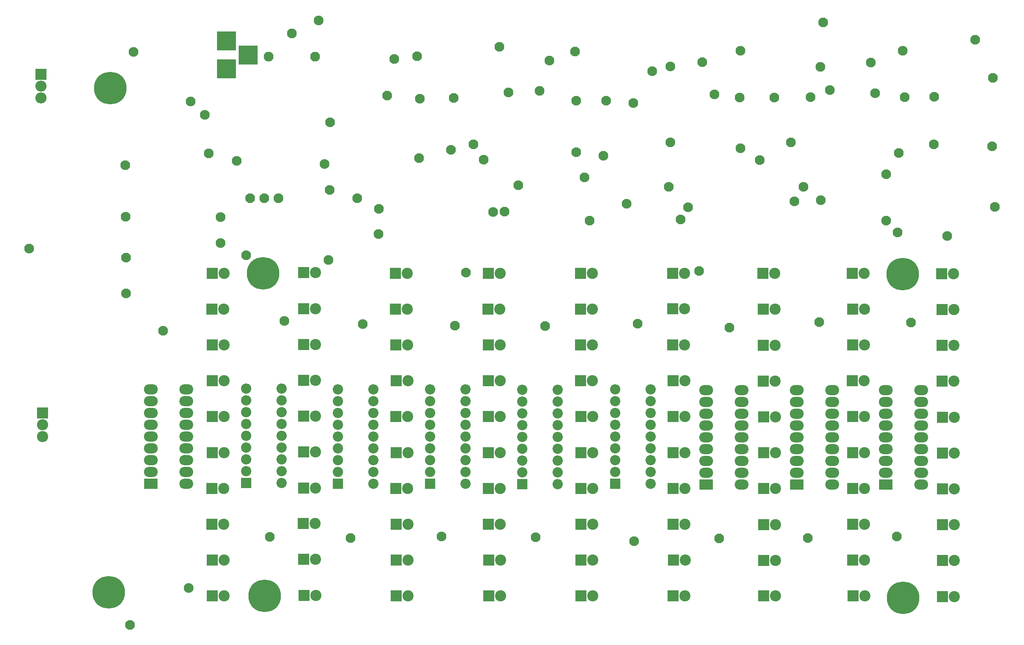
<source format=gbr>
G04 #@! TF.FileFunction,Soldermask,Top*
%FSLAX46Y46*%
G04 Gerber Fmt 4.6, Leading zero omitted, Abs format (unit mm)*
G04 Created by KiCad (PCBNEW 4.0.7) date 06/18/18 00:59:20*
%MOMM*%
%LPD*%
G01*
G04 APERTURE LIST*
%ADD10C,0.100000*%
%ADD11R,3.000000X2.200000*%
%ADD12O,3.000000X2.200000*%
%ADD13R,2.400000X2.400000*%
%ADD14C,2.400000*%
%ADD15C,7.000000*%
%ADD16O,2.400000X2.400000*%
%ADD17R,2.200000X2.200000*%
%ADD18O,2.200000X2.200000*%
%ADD19C,2.124000*%
%ADD20R,4.100000X4.100000*%
%ADD21C,2.100000*%
G04 APERTURE END LIST*
D10*
D11*
X267634600Y-165978400D03*
D12*
X275254600Y-145658400D03*
X267634600Y-163438400D03*
X275254600Y-148198400D03*
X267634600Y-160898400D03*
X275254600Y-150738400D03*
X267634600Y-158358400D03*
X275254600Y-153278400D03*
X267634600Y-155818400D03*
X275254600Y-155818400D03*
X267634600Y-153278400D03*
X275254600Y-158358400D03*
X267634600Y-150738400D03*
X275254600Y-160898400D03*
X267634600Y-148198400D03*
X275254600Y-163438400D03*
X267634600Y-145658400D03*
X275254600Y-165978400D03*
D13*
X298978200Y-174665200D03*
D14*
X301518200Y-174665200D03*
D11*
X286837000Y-166029200D03*
D12*
X294457000Y-145709200D03*
X286837000Y-163489200D03*
X294457000Y-148249200D03*
X286837000Y-160949200D03*
X294457000Y-150789200D03*
X286837000Y-158409200D03*
X294457000Y-153329200D03*
X286837000Y-155869200D03*
X294457000Y-155869200D03*
X286837000Y-153329200D03*
X294457000Y-158409200D03*
X286837000Y-150789200D03*
X294457000Y-160949200D03*
X286837000Y-148249200D03*
X294457000Y-163489200D03*
X286837000Y-145709200D03*
X294457000Y-166029200D03*
D15*
X290550000Y-190400000D03*
D11*
X248229000Y-165978400D03*
D12*
X255849000Y-145658400D03*
X248229000Y-163438400D03*
X255849000Y-148198400D03*
X248229000Y-160898400D03*
X255849000Y-150738400D03*
X248229000Y-158358400D03*
X255849000Y-153278400D03*
X248229000Y-155818400D03*
X255849000Y-155818400D03*
X248229000Y-153278400D03*
X255849000Y-158358400D03*
X248229000Y-150738400D03*
X255849000Y-160898400D03*
X248229000Y-148198400D03*
X255849000Y-163438400D03*
X248229000Y-145658400D03*
X255849000Y-165978400D03*
D13*
X105550000Y-150620000D03*
D16*
X105550000Y-153160000D03*
X105550000Y-155700000D03*
D17*
X228671000Y-165876800D03*
D18*
X236291000Y-145556800D03*
X228671000Y-163336800D03*
X236291000Y-148096800D03*
X228671000Y-160796800D03*
X236291000Y-150636800D03*
X228671000Y-158256800D03*
X236291000Y-153176800D03*
X228671000Y-155716800D03*
X236291000Y-155716800D03*
X228671000Y-153176800D03*
X236291000Y-158256800D03*
X228671000Y-150636800D03*
X236291000Y-160796800D03*
X228671000Y-148096800D03*
X236291000Y-163336800D03*
X228671000Y-145556800D03*
X236291000Y-165876800D03*
D17*
X169031800Y-165876800D03*
D18*
X176651800Y-145556800D03*
X169031800Y-163336800D03*
X176651800Y-148096800D03*
X169031800Y-160796800D03*
X176651800Y-150636800D03*
X169031800Y-158256800D03*
X176651800Y-153176800D03*
X169031800Y-155716800D03*
X176651800Y-155716800D03*
X169031800Y-153176800D03*
X176651800Y-158256800D03*
X169031800Y-150636800D03*
X176651800Y-160796800D03*
X169031800Y-148096800D03*
X176651800Y-163336800D03*
X169031800Y-145556800D03*
X176651800Y-165876800D03*
D17*
X208655800Y-165927600D03*
D18*
X216275800Y-145607600D03*
X208655800Y-163387600D03*
X216275800Y-148147600D03*
X208655800Y-160847600D03*
X216275800Y-150687600D03*
X208655800Y-158307600D03*
X216275800Y-153227600D03*
X208655800Y-155767600D03*
X216275800Y-155767600D03*
X208655800Y-153227600D03*
X216275800Y-158307600D03*
X208655800Y-150687600D03*
X216275800Y-160847600D03*
X208655800Y-148147600D03*
X216275800Y-163387600D03*
X208655800Y-145607600D03*
X216275800Y-165927600D03*
D17*
X149321400Y-165673600D03*
D18*
X156941400Y-145353600D03*
X149321400Y-163133600D03*
X156941400Y-147893600D03*
X149321400Y-160593600D03*
X156941400Y-150433600D03*
X149321400Y-158053600D03*
X156941400Y-152973600D03*
X149321400Y-155513600D03*
X156941400Y-155513600D03*
X149321400Y-152973600D03*
X156941400Y-158053600D03*
X149321400Y-150433600D03*
X156941400Y-160593600D03*
X149321400Y-147893600D03*
X156941400Y-163133600D03*
X149321400Y-145353600D03*
X156941400Y-165673600D03*
D17*
X188843800Y-165876800D03*
D18*
X196463800Y-145556800D03*
X188843800Y-163336800D03*
X196463800Y-148096800D03*
X188843800Y-160796800D03*
X196463800Y-150636800D03*
X188843800Y-158256800D03*
X196463800Y-153176800D03*
X188843800Y-155716800D03*
X196463800Y-155716800D03*
X188843800Y-153176800D03*
X196463800Y-158256800D03*
X188843800Y-150636800D03*
X196463800Y-160796800D03*
X188843800Y-148096800D03*
X196463800Y-163336800D03*
X188843800Y-145556800D03*
X196463800Y-165876800D03*
D11*
X128849000Y-165826000D03*
D12*
X136469000Y-145506000D03*
X128849000Y-163286000D03*
X136469000Y-148046000D03*
X128849000Y-160746000D03*
X136469000Y-150586000D03*
X128849000Y-158206000D03*
X136469000Y-153126000D03*
X128849000Y-155666000D03*
X136469000Y-155666000D03*
X128849000Y-153126000D03*
X136469000Y-158206000D03*
X128849000Y-150586000D03*
X136469000Y-160746000D03*
X128849000Y-148046000D03*
X136469000Y-163286000D03*
X128849000Y-145506000D03*
X136469000Y-165826000D03*
D13*
X105190000Y-77700000D03*
D16*
X105190000Y-80240000D03*
X105190000Y-82780000D03*
D19*
X159160000Y-68900000D03*
X154160000Y-73900000D03*
X164160000Y-73900000D03*
D20*
X145050000Y-76520000D03*
X145050000Y-70520000D03*
X149750000Y-73520000D03*
D13*
X298825800Y-120614000D03*
D14*
X301365800Y-120614000D03*
D13*
X298927400Y-128335600D03*
D14*
X301467400Y-128335600D03*
D13*
X298927400Y-136057200D03*
D14*
X301467400Y-136057200D03*
D13*
X298927400Y-143778800D03*
D14*
X301467400Y-143778800D03*
D13*
X298978200Y-151500400D03*
D14*
X301518200Y-151500400D03*
D13*
X298978200Y-159222000D03*
D14*
X301518200Y-159222000D03*
D13*
X298978200Y-166943600D03*
D14*
X301518200Y-166943600D03*
D13*
X299029000Y-182386800D03*
D14*
X301569000Y-182386800D03*
D13*
X298978200Y-190108400D03*
D14*
X301518200Y-190108400D03*
D13*
X260421000Y-120563200D03*
D14*
X262961000Y-120563200D03*
D13*
X260471800Y-128284800D03*
D14*
X263011800Y-128284800D03*
D13*
X260471800Y-136006400D03*
D14*
X263011800Y-136006400D03*
D13*
X260471800Y-143728000D03*
D14*
X263011800Y-143728000D03*
D13*
X260522600Y-151449600D03*
D14*
X263062600Y-151449600D03*
D13*
X260522600Y-159171200D03*
D14*
X263062600Y-159171200D03*
D13*
X260522600Y-166892800D03*
D14*
X263062600Y-166892800D03*
D13*
X260522600Y-174614400D03*
D14*
X263062600Y-174614400D03*
D13*
X260573400Y-182336000D03*
D14*
X263113400Y-182336000D03*
D13*
X260522600Y-190006800D03*
D14*
X263062600Y-190006800D03*
D13*
X279623400Y-120563200D03*
D14*
X282163400Y-120563200D03*
D13*
X279674200Y-128234000D03*
D14*
X282214200Y-128234000D03*
D13*
X279725000Y-135955600D03*
D14*
X282265000Y-135955600D03*
D13*
X279623400Y-143677200D03*
D14*
X282163400Y-143677200D03*
D13*
X279725000Y-151398800D03*
D14*
X282265000Y-151398800D03*
D13*
X279674200Y-159120400D03*
D14*
X282214200Y-159120400D03*
D13*
X279725000Y-166842000D03*
D14*
X282265000Y-166842000D03*
D13*
X279725000Y-174563600D03*
D14*
X282265000Y-174563600D03*
D13*
X279725000Y-182285200D03*
D14*
X282265000Y-182285200D03*
D13*
X279775800Y-190006800D03*
D14*
X282315800Y-190006800D03*
D13*
X241015400Y-120512400D03*
D14*
X243555400Y-120512400D03*
D13*
X181427000Y-120512400D03*
D14*
X183967000Y-120512400D03*
D13*
X241015400Y-128183200D03*
D14*
X243555400Y-128183200D03*
D13*
X181427000Y-128234000D03*
D14*
X183967000Y-128234000D03*
D13*
X241015400Y-135955600D03*
D14*
X243555400Y-135955600D03*
D13*
X181477800Y-135955600D03*
D14*
X184017800Y-135955600D03*
D13*
X241066200Y-143677200D03*
D14*
X243606200Y-143677200D03*
D13*
X181528600Y-143677200D03*
D14*
X184068600Y-143677200D03*
D13*
X241066200Y-151398800D03*
D14*
X243606200Y-151398800D03*
D13*
X181477800Y-151398800D03*
D14*
X184017800Y-151398800D03*
D13*
X241066200Y-159120400D03*
D14*
X243606200Y-159120400D03*
D13*
X181528600Y-159120400D03*
D14*
X184068600Y-159120400D03*
D13*
X241117000Y-166842000D03*
D14*
X243657000Y-166842000D03*
D13*
X181477800Y-166842000D03*
D14*
X184017800Y-166842000D03*
D13*
X241117000Y-174563600D03*
D14*
X243657000Y-174563600D03*
D13*
X181528600Y-174563600D03*
D14*
X184068600Y-174563600D03*
D13*
X241167800Y-182285200D03*
D14*
X243707800Y-182285200D03*
D13*
X181528600Y-182285200D03*
D14*
X184068600Y-182285200D03*
D13*
X241117000Y-190006800D03*
D14*
X243657000Y-190006800D03*
D13*
X181528600Y-190006800D03*
D14*
X184068600Y-190006800D03*
D13*
X221203400Y-120512400D03*
D14*
X223743400Y-120512400D03*
D13*
X161665800Y-120410800D03*
D14*
X164205800Y-120410800D03*
D13*
X221152600Y-128234000D03*
D14*
X223692600Y-128234000D03*
D13*
X161665800Y-128132400D03*
D14*
X164205800Y-128132400D03*
D13*
X221203400Y-135955600D03*
D14*
X223743400Y-135955600D03*
D13*
X161665800Y-135854000D03*
D14*
X164205800Y-135854000D03*
D13*
X221203400Y-143677200D03*
D14*
X223743400Y-143677200D03*
D13*
X161665800Y-143575600D03*
D14*
X164205800Y-143575600D03*
D13*
X221254200Y-151398800D03*
D14*
X223794200Y-151398800D03*
D13*
X161665800Y-151297200D03*
D14*
X164205800Y-151297200D03*
D13*
X221254200Y-159120400D03*
D14*
X223794200Y-159120400D03*
D13*
X161665800Y-159018800D03*
D14*
X164205800Y-159018800D03*
D13*
X221254200Y-166842000D03*
D14*
X223794200Y-166842000D03*
D13*
X161665800Y-166740400D03*
D14*
X164205800Y-166740400D03*
D13*
X221254200Y-174563600D03*
D14*
X223794200Y-174563600D03*
D13*
X161615000Y-174411200D03*
D14*
X164155000Y-174411200D03*
D13*
X221305000Y-182285200D03*
D14*
X223845000Y-182285200D03*
D13*
X161665800Y-182132800D03*
D14*
X164205800Y-182132800D03*
D13*
X221305000Y-190006800D03*
D14*
X223845000Y-190006800D03*
D13*
X161716600Y-189854400D03*
D14*
X164256600Y-189854400D03*
D13*
X201340600Y-120512400D03*
D14*
X203880600Y-120512400D03*
D13*
X142006200Y-120563200D03*
D14*
X144546200Y-120563200D03*
D13*
X201289800Y-128284800D03*
D14*
X203829800Y-128284800D03*
D13*
X141955400Y-128234000D03*
D14*
X144495400Y-128234000D03*
D13*
X201340600Y-135955600D03*
D14*
X203880600Y-135955600D03*
D13*
X142006200Y-135955600D03*
D14*
X144546200Y-135955600D03*
D13*
X201340600Y-143677200D03*
D14*
X203880600Y-143677200D03*
D13*
X142006200Y-143677200D03*
D14*
X144546200Y-143677200D03*
D13*
X201340600Y-151398800D03*
D14*
X203880600Y-151398800D03*
D13*
X142006200Y-151398800D03*
D14*
X144546200Y-151398800D03*
D13*
X201391400Y-159120400D03*
D14*
X203931400Y-159120400D03*
D13*
X142006200Y-159120400D03*
D14*
X144546200Y-159120400D03*
D13*
X201391400Y-166842000D03*
D14*
X203931400Y-166842000D03*
D13*
X141955400Y-166842000D03*
D14*
X144495400Y-166842000D03*
D13*
X201391400Y-174563600D03*
D14*
X203931400Y-174563600D03*
D13*
X141955400Y-174563600D03*
D14*
X144495400Y-174563600D03*
D13*
X201442200Y-182285200D03*
D14*
X203982200Y-182285200D03*
D13*
X142006200Y-182285200D03*
D14*
X144546200Y-182285200D03*
D13*
X201442200Y-190006800D03*
D14*
X203982200Y-190006800D03*
D13*
X142006200Y-190006800D03*
D14*
X144546200Y-190006800D03*
D15*
X119748000Y-189230000D03*
X120112944Y-80682944D03*
X290450000Y-120700000D03*
X153252944Y-190002944D03*
X152952944Y-120552944D03*
D21*
X136950000Y-188300000D03*
X124300000Y-196200000D03*
X309810000Y-78486000D03*
X273304000Y-66548000D03*
X164870000Y-66064000D03*
X262850000Y-82730000D03*
X173150000Y-104370000D03*
X123310000Y-97300000D03*
X297180000Y-82550000D03*
X286920000Y-99210000D03*
X179578000Y-82296000D03*
X212344000Y-81280000D03*
X284480000Y-81788000D03*
X143764000Y-108458000D03*
X141224000Y-94742000D03*
X289306000Y-111760000D03*
X231120000Y-105520000D03*
X137360000Y-83540000D03*
X299974000Y-112522000D03*
X177800000Y-106680000D03*
X156210000Y-104394000D03*
X249936000Y-82042000D03*
X153162000Y-104394000D03*
X193294000Y-93980000D03*
X150114000Y-104394000D03*
X181102000Y-74422000D03*
X226060000Y-95250000D03*
X207772000Y-101600000D03*
X214520000Y-74770000D03*
X204820000Y-107270000D03*
X259690000Y-96160000D03*
X240130000Y-101930000D03*
X242700000Y-108940000D03*
X247320000Y-75120000D03*
X272870000Y-104800000D03*
X297120000Y-92740000D03*
X283570000Y-75170000D03*
X269110000Y-101940000D03*
X222070000Y-99920000D03*
X193910000Y-82760000D03*
X226710000Y-83340000D03*
X143764000Y-114046000D03*
X125060000Y-72870000D03*
X149280000Y-116630000D03*
X102680000Y-115200000D03*
X289200000Y-177200000D03*
X292200000Y-131160000D03*
X270050000Y-177560000D03*
X272530000Y-131030000D03*
X251030000Y-177630000D03*
X253180000Y-132260000D03*
X211550000Y-177360000D03*
X213600000Y-131860000D03*
X194210000Y-131790000D03*
X191290000Y-177230000D03*
X171720000Y-177510000D03*
X174380000Y-131460000D03*
X154420000Y-177310000D03*
X157520000Y-130810000D03*
X306000000Y-70270000D03*
X309640000Y-93170000D03*
X310250000Y-106260000D03*
X286890000Y-109190000D03*
X267130000Y-105060000D03*
X266440000Y-92390000D03*
X270660000Y-82630000D03*
X272730000Y-76090000D03*
X290900000Y-82600000D03*
X290450000Y-72620000D03*
X289560000Y-94610000D03*
X274770000Y-81100000D03*
X255560000Y-93650000D03*
X255540000Y-72640000D03*
X255430000Y-82710000D03*
X244340000Y-106290000D03*
X246650000Y-120010000D03*
X223130000Y-109180000D03*
X202390000Y-107370000D03*
X200340000Y-96090000D03*
X196530000Y-120340000D03*
X240500000Y-92350000D03*
X236580000Y-77020000D03*
X240500000Y-76020000D03*
X232520000Y-83920000D03*
X220260000Y-83340000D03*
X220030000Y-72830000D03*
X220220000Y-94480000D03*
X203730000Y-71770000D03*
X205730000Y-81570000D03*
X198160000Y-92810000D03*
X186490000Y-95750000D03*
X186680000Y-82930000D03*
X186060000Y-73780000D03*
X232740000Y-178230000D03*
X233490000Y-131400000D03*
X166190000Y-97010000D03*
X167250000Y-102560000D03*
X167020000Y-117710000D03*
X177720000Y-112040000D03*
X140440000Y-86420000D03*
X167380000Y-88060000D03*
X147230000Y-96340000D03*
X131450000Y-132920000D03*
X123440000Y-124860000D03*
X123510000Y-117130000D03*
X123430000Y-108390000D03*
M02*

</source>
